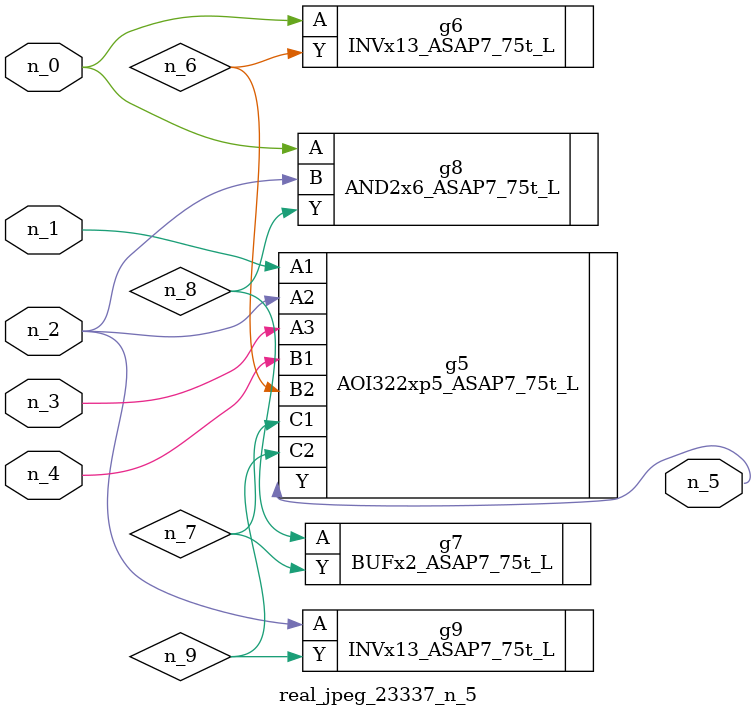
<source format=v>
module real_jpeg_23337_n_5 (n_4, n_0, n_1, n_2, n_3, n_5);

input n_4;
input n_0;
input n_1;
input n_2;
input n_3;

output n_5;

wire n_8;
wire n_6;
wire n_7;
wire n_9;

INVx13_ASAP7_75t_L g6 ( 
.A(n_0),
.Y(n_6)
);

AND2x6_ASAP7_75t_L g8 ( 
.A(n_0),
.B(n_2),
.Y(n_8)
);

AOI322xp5_ASAP7_75t_L g5 ( 
.A1(n_1),
.A2(n_2),
.A3(n_3),
.B1(n_4),
.B2(n_6),
.C1(n_7),
.C2(n_9),
.Y(n_5)
);

INVx13_ASAP7_75t_L g9 ( 
.A(n_2),
.Y(n_9)
);

BUFx2_ASAP7_75t_L g7 ( 
.A(n_8),
.Y(n_7)
);


endmodule
</source>
